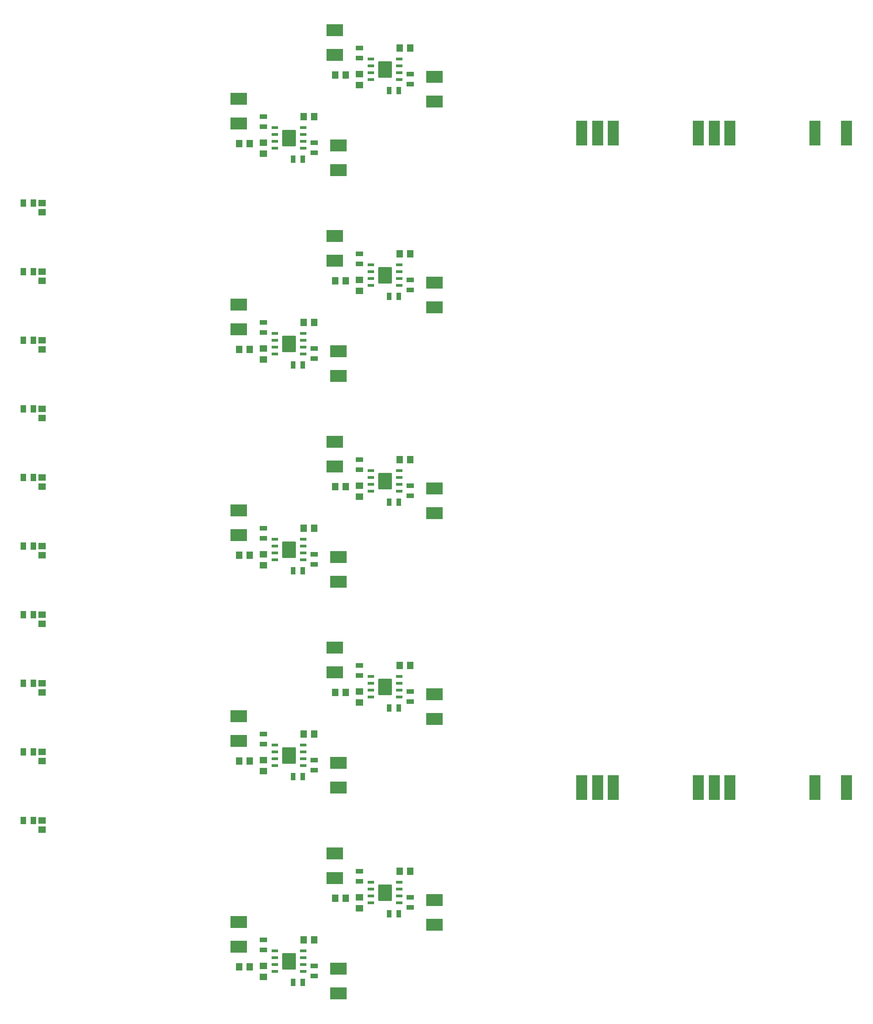
<source format=gbr>
%TF.GenerationSoftware,Altium Limited,Altium Designer,25.0.2 (28)*%
G04 Layer_Color=128*
%FSLAX45Y45*%
%MOMM*%
%TF.SameCoordinates,97F7605E-EDA1-4B57-83DE-D803DCB7673D*%
%TF.FilePolarity,Positive*%
%TF.FileFunction,Paste,Bot*%
%TF.Part,Single*%
G01*
G75*
%TA.AperFunction,SMDPad,CuDef*%
%ADD10R,1.45000X1.20000*%
%ADD11R,1.20000X1.45000*%
%ADD12R,0.95000X1.40000*%
%ADD13R,2.03200X4.57200*%
G04:AMPARAMS|DCode=15|XSize=0.55mm|YSize=1.25mm|CornerRadius=0.0495mm|HoleSize=0mm|Usage=FLASHONLY|Rotation=90.000|XOffset=0mm|YOffset=0mm|HoleType=Round|Shape=RoundedRectangle|*
%AMROUNDEDRECTD15*
21,1,0.55000,1.15100,0,0,90.0*
21,1,0.45100,1.25000,0,0,90.0*
1,1,0.09900,0.57550,0.22550*
1,1,0.09900,0.57550,-0.22550*
1,1,0.09900,-0.57550,-0.22550*
1,1,0.09900,-0.57550,0.22550*
%
%ADD15ROUNDEDRECTD15*%
%ADD16R,3.04800X2.28600*%
%ADD17R,1.40000X0.95000*%
%ADD18R,1.45000X1.30000*%
%ADD19R,1.00000X1.35000*%
%TA.AperFunction,OtherPad,Pad U19-9 (119.38mm,72.39mm)*%
G04:AMPARAMS|DCode=81|XSize=2.49mm|YSize=3mm|CornerRadius=0.0498mm|HoleSize=0mm|Usage=FLASHONLY|Rotation=0.000|XOffset=0mm|YOffset=0mm|HoleType=Round|Shape=RoundedRectangle|*
%AMROUNDEDRECTD81*
21,1,2.49000,2.90040,0,0,0.0*
21,1,2.39040,3.00000,0,0,0.0*
1,1,0.09960,1.19520,-1.45020*
1,1,0.09960,-1.19520,-1.45020*
1,1,0.09960,-1.19520,1.45020*
1,1,0.09960,1.19520,1.45020*
%
%ADD81ROUNDEDRECTD81*%
%TA.AperFunction,OtherPad,Pad U17-9 (119.38mm,110.49mm)*%
G04:AMPARAMS|DCode=82|XSize=2.49mm|YSize=3mm|CornerRadius=0.0498mm|HoleSize=0mm|Usage=FLASHONLY|Rotation=0.000|XOffset=0mm|YOffset=0mm|HoleType=Round|Shape=RoundedRectangle|*
%AMROUNDEDRECTD82*
21,1,2.49000,2.90040,0,0,0.0*
21,1,2.39040,3.00000,0,0,0.0*
1,1,0.09960,1.19520,-1.45020*
1,1,0.09960,-1.19520,-1.45020*
1,1,0.09960,-1.19520,1.45020*
1,1,0.09960,1.19520,1.45020*
%
%ADD82ROUNDEDRECTD82*%
%TA.AperFunction,OtherPad,Pad U11-9 (119.38mm,224.79mm)*%
G04:AMPARAMS|DCode=83|XSize=2.49mm|YSize=3mm|CornerRadius=0.0498mm|HoleSize=0mm|Usage=FLASHONLY|Rotation=0.000|XOffset=0mm|YOffset=0mm|HoleType=Round|Shape=RoundedRectangle|*
%AMROUNDEDRECTD83*
21,1,2.49000,2.90040,0,0,0.0*
21,1,2.39040,3.00000,0,0,0.0*
1,1,0.09960,1.19520,-1.45020*
1,1,0.09960,-1.19520,-1.45020*
1,1,0.09960,-1.19520,1.45020*
1,1,0.09960,1.19520,1.45020*
%
%ADD83ROUNDEDRECTD83*%
%TA.AperFunction,OtherPad,Pad U13-9 (119.38mm,186.69mm)*%
G04:AMPARAMS|DCode=84|XSize=2.49mm|YSize=3mm|CornerRadius=0.0498mm|HoleSize=0mm|Usage=FLASHONLY|Rotation=0.000|XOffset=0mm|YOffset=0mm|HoleType=Round|Shape=RoundedRectangle|*
%AMROUNDEDRECTD84*
21,1,2.49000,2.90040,0,0,0.0*
21,1,2.39040,3.00000,0,0,0.0*
1,1,0.09960,1.19520,-1.45020*
1,1,0.09960,-1.19520,-1.45020*
1,1,0.09960,-1.19520,1.45020*
1,1,0.09960,1.19520,1.45020*
%
%ADD84ROUNDEDRECTD84*%
%TA.AperFunction,OtherPad,Pad U15-9 (119.38mm,148.59mm)*%
G04:AMPARAMS|DCode=85|XSize=2.49mm|YSize=3mm|CornerRadius=0.0498mm|HoleSize=0mm|Usage=FLASHONLY|Rotation=0.000|XOffset=0mm|YOffset=0mm|HoleType=Round|Shape=RoundedRectangle|*
%AMROUNDEDRECTD85*
21,1,2.49000,2.90040,0,0,0.0*
21,1,2.39040,3.00000,0,0,0.0*
1,1,0.09960,1.19520,-1.45020*
1,1,0.09960,-1.19520,-1.45020*
1,1,0.09960,-1.19520,1.45020*
1,1,0.09960,1.19520,1.45020*
%
%ADD85ROUNDEDRECTD85*%
%TA.AperFunction,OtherPad,Pad U20-9 (101.6mm,59.69mm)*%
G04:AMPARAMS|DCode=86|XSize=2.49mm|YSize=3mm|CornerRadius=0.0498mm|HoleSize=0mm|Usage=FLASHONLY|Rotation=0.000|XOffset=0mm|YOffset=0mm|HoleType=Round|Shape=RoundedRectangle|*
%AMROUNDEDRECTD86*
21,1,2.49000,2.90040,0,0,0.0*
21,1,2.39040,3.00000,0,0,0.0*
1,1,0.09960,1.19520,-1.45020*
1,1,0.09960,-1.19520,-1.45020*
1,1,0.09960,-1.19520,1.45020*
1,1,0.09960,1.19520,1.45020*
%
%ADD86ROUNDEDRECTD86*%
%TA.AperFunction,OtherPad,Pad U18-9 (101.6mm,97.79mm)*%
G04:AMPARAMS|DCode=87|XSize=2.49mm|YSize=3mm|CornerRadius=0.0498mm|HoleSize=0mm|Usage=FLASHONLY|Rotation=0.000|XOffset=0mm|YOffset=0mm|HoleType=Round|Shape=RoundedRectangle|*
%AMROUNDEDRECTD87*
21,1,2.49000,2.90040,0,0,0.0*
21,1,2.39040,3.00000,0,0,0.0*
1,1,0.09960,1.19520,-1.45020*
1,1,0.09960,-1.19520,-1.45020*
1,1,0.09960,-1.19520,1.45020*
1,1,0.09960,1.19520,1.45020*
%
%ADD87ROUNDEDRECTD87*%
%TA.AperFunction,OtherPad,Pad U12-9 (101.6mm,212.09mm)*%
G04:AMPARAMS|DCode=88|XSize=2.49mm|YSize=3mm|CornerRadius=0.0498mm|HoleSize=0mm|Usage=FLASHONLY|Rotation=0.000|XOffset=0mm|YOffset=0mm|HoleType=Round|Shape=RoundedRectangle|*
%AMROUNDEDRECTD88*
21,1,2.49000,2.90040,0,0,0.0*
21,1,2.39040,3.00000,0,0,0.0*
1,1,0.09960,1.19520,-1.45020*
1,1,0.09960,-1.19520,-1.45020*
1,1,0.09960,-1.19520,1.45020*
1,1,0.09960,1.19520,1.45020*
%
%ADD88ROUNDEDRECTD88*%
%TA.AperFunction,OtherPad,Pad U14-9 (101.6mm,173.99mm)*%
G04:AMPARAMS|DCode=89|XSize=2.49mm|YSize=3mm|CornerRadius=0.0498mm|HoleSize=0mm|Usage=FLASHONLY|Rotation=0.000|XOffset=0mm|YOffset=0mm|HoleType=Round|Shape=RoundedRectangle|*
%AMROUNDEDRECTD89*
21,1,2.49000,2.90040,0,0,0.0*
21,1,2.39040,3.00000,0,0,0.0*
1,1,0.09960,1.19520,-1.45020*
1,1,0.09960,-1.19520,-1.45020*
1,1,0.09960,-1.19520,1.45020*
1,1,0.09960,1.19520,1.45020*
%
%ADD89ROUNDEDRECTD89*%
%TA.AperFunction,OtherPad,Pad U16-9 (101.6mm,135.89mm)*%
G04:AMPARAMS|DCode=90|XSize=2.49mm|YSize=3mm|CornerRadius=0.0498mm|HoleSize=0mm|Usage=FLASHONLY|Rotation=0.000|XOffset=0mm|YOffset=0mm|HoleType=Round|Shape=RoundedRectangle|*
%AMROUNDEDRECTD90*
21,1,2.49000,2.90040,0,0,0.0*
21,1,2.39040,3.00000,0,0,0.0*
1,1,0.09960,1.19520,-1.45020*
1,1,0.09960,-1.19520,-1.45020*
1,1,0.09960,-1.19520,1.45020*
1,1,0.09960,1.19520,1.45020*
%
%ADD90ROUNDEDRECTD90*%
D10*
X11468100Y7148500D02*
D03*
Y6948500D02*
D03*
Y10958500D02*
D03*
Y10758500D02*
D03*
Y22388499D02*
D03*
Y22188499D02*
D03*
Y18578500D02*
D03*
Y18378500D02*
D03*
Y14768500D02*
D03*
Y14568500D02*
D03*
X9690100Y5878500D02*
D03*
Y5678500D02*
D03*
Y9688500D02*
D03*
Y9488500D02*
D03*
Y21118500D02*
D03*
Y20918500D02*
D03*
Y17308501D02*
D03*
Y17108501D02*
D03*
Y13498500D02*
D03*
Y13298500D02*
D03*
D11*
X12206300Y7632700D02*
D03*
X12406300D02*
D03*
X12206300Y11442700D02*
D03*
X12406300D02*
D03*
X12206300Y22872701D02*
D03*
X12406300D02*
D03*
X12206300Y19062700D02*
D03*
X12406300D02*
D03*
X12206300Y15252699D02*
D03*
X12406300D02*
D03*
X11012500Y7137400D02*
D03*
X11212500D02*
D03*
X11012500Y10947400D02*
D03*
X11212500D02*
D03*
X11012500Y22377400D02*
D03*
X11212500D02*
D03*
X11012500Y18567400D02*
D03*
X11212500D02*
D03*
X11012500Y14757401D02*
D03*
X11212500D02*
D03*
X10428300Y13982700D02*
D03*
X10628300D02*
D03*
X9234500Y21107401D02*
D03*
X9434500D02*
D03*
X9234500Y17297400D02*
D03*
X9434500D02*
D03*
X9234500Y5867400D02*
D03*
X9434500D02*
D03*
X9234500Y9677400D02*
D03*
X9434500D02*
D03*
X10428300Y6362700D02*
D03*
X10628300D02*
D03*
X10428300Y10172700D02*
D03*
X10628300D02*
D03*
X10428300Y21602699D02*
D03*
X10628300D02*
D03*
X10428300Y17792700D02*
D03*
X10628300D02*
D03*
X9234500Y13487399D02*
D03*
X9434500D02*
D03*
D12*
X12010600Y6845300D02*
D03*
X12195600D02*
D03*
X12010600Y10655300D02*
D03*
X12195600D02*
D03*
X12010600Y22085300D02*
D03*
X12195600D02*
D03*
X12010600Y18275301D02*
D03*
X12195600D02*
D03*
X12010600Y14465300D02*
D03*
X12195600D02*
D03*
X10232600Y5575300D02*
D03*
X10417600D02*
D03*
X10232600Y9385300D02*
D03*
X10417600D02*
D03*
X10232600Y20815300D02*
D03*
X10417600D02*
D03*
X10232600Y17005299D02*
D03*
X10417600D02*
D03*
X10232600Y13195300D02*
D03*
X10417600D02*
D03*
D13*
X16167101Y9182100D02*
D03*
X15582899D02*
D03*
X15875000D02*
D03*
X18326100D02*
D03*
X17741901D02*
D03*
X18034000D02*
D03*
X20485100D02*
D03*
X19900900D02*
D03*
X20485100Y21297900D02*
D03*
X19900900D02*
D03*
X18326100D02*
D03*
X17741901D02*
D03*
X18034000D02*
D03*
X15875000D02*
D03*
X15582899D02*
D03*
X16167101D02*
D03*
D15*
X11675500Y7048500D02*
D03*
Y7175500D02*
D03*
Y7302500D02*
D03*
Y7429500D02*
D03*
X12200500Y7048500D02*
D03*
Y7175500D02*
D03*
Y7302500D02*
D03*
Y7429500D02*
D03*
X11675500Y10858500D02*
D03*
Y10985500D02*
D03*
Y11112500D02*
D03*
Y11239500D02*
D03*
X12200500Y10858500D02*
D03*
Y10985500D02*
D03*
Y11112500D02*
D03*
Y11239500D02*
D03*
X11675500Y22288499D02*
D03*
Y22415500D02*
D03*
Y22542500D02*
D03*
Y22669501D02*
D03*
X12200500Y22288499D02*
D03*
Y22415500D02*
D03*
Y22542500D02*
D03*
Y22669501D02*
D03*
X11675500Y18478500D02*
D03*
Y18605499D02*
D03*
Y18732500D02*
D03*
Y18859500D02*
D03*
X12200500Y18478500D02*
D03*
Y18605499D02*
D03*
Y18732500D02*
D03*
Y18859500D02*
D03*
X11675500Y14668500D02*
D03*
Y14795500D02*
D03*
Y14922501D02*
D03*
Y15049500D02*
D03*
X12200500Y14668500D02*
D03*
Y14795500D02*
D03*
Y14922501D02*
D03*
Y15049500D02*
D03*
X9897500Y5778500D02*
D03*
Y5905500D02*
D03*
Y6032500D02*
D03*
Y6159500D02*
D03*
X10422500Y5778500D02*
D03*
Y5905500D02*
D03*
Y6032500D02*
D03*
Y6159500D02*
D03*
X9897500Y9588500D02*
D03*
Y9715500D02*
D03*
Y9842500D02*
D03*
Y9969500D02*
D03*
X10422500Y9588500D02*
D03*
Y9715500D02*
D03*
Y9842500D02*
D03*
Y9969500D02*
D03*
X9897500Y21018500D02*
D03*
Y21145500D02*
D03*
Y21272501D02*
D03*
Y21399500D02*
D03*
X10422500Y21018500D02*
D03*
Y21145500D02*
D03*
Y21272501D02*
D03*
Y21399500D02*
D03*
X9897500Y17208501D02*
D03*
Y17335500D02*
D03*
Y17462500D02*
D03*
Y17589500D02*
D03*
X10422500Y17208501D02*
D03*
Y17335500D02*
D03*
Y17462500D02*
D03*
Y17589500D02*
D03*
X9897500Y13398500D02*
D03*
Y13525500D02*
D03*
Y13652499D02*
D03*
Y13779500D02*
D03*
X10422500Y13398500D02*
D03*
Y13525500D02*
D03*
Y13652499D02*
D03*
Y13779500D02*
D03*
D16*
X11010900Y15582899D02*
D03*
Y15125700D02*
D03*
X12852400Y6642100D02*
D03*
Y7099300D02*
D03*
Y10452100D02*
D03*
Y10909300D02*
D03*
Y21882100D02*
D03*
Y22339301D02*
D03*
Y18072099D02*
D03*
Y18529300D02*
D03*
Y14262100D02*
D03*
Y14719299D02*
D03*
X11074400Y5372100D02*
D03*
Y5829300D02*
D03*
Y9182100D02*
D03*
Y9639300D02*
D03*
Y20612100D02*
D03*
Y21069299D02*
D03*
Y16802100D02*
D03*
Y17259300D02*
D03*
X9232900Y6692900D02*
D03*
Y6235700D02*
D03*
Y10502900D02*
D03*
Y10045700D02*
D03*
Y21932899D02*
D03*
Y21475700D02*
D03*
Y18122900D02*
D03*
Y17665700D02*
D03*
X11074400Y12992101D02*
D03*
Y13449300D02*
D03*
X9232900Y14312900D02*
D03*
Y13855701D02*
D03*
X11010900Y19392900D02*
D03*
Y18935699D02*
D03*
Y11772900D02*
D03*
Y11315700D02*
D03*
Y23202901D02*
D03*
Y22745700D02*
D03*
Y7962900D02*
D03*
Y7505700D02*
D03*
D17*
X11468100Y7451300D02*
D03*
Y7636300D02*
D03*
Y11261300D02*
D03*
Y11446300D02*
D03*
Y22691299D02*
D03*
Y22876300D02*
D03*
Y18881300D02*
D03*
Y19066299D02*
D03*
Y15071300D02*
D03*
Y15256300D02*
D03*
X12407900Y7153700D02*
D03*
Y6968700D02*
D03*
Y10963700D02*
D03*
Y10778700D02*
D03*
Y22393700D02*
D03*
Y22208701D02*
D03*
Y18583701D02*
D03*
Y18398700D02*
D03*
Y14773700D02*
D03*
Y14588699D02*
D03*
X10629900Y21123700D02*
D03*
Y20938699D02*
D03*
Y5883700D02*
D03*
Y5698700D02*
D03*
Y9693700D02*
D03*
Y9508700D02*
D03*
Y17313699D02*
D03*
Y17128700D02*
D03*
X9690100Y6181300D02*
D03*
Y6366300D02*
D03*
Y9991300D02*
D03*
Y10176300D02*
D03*
Y21421300D02*
D03*
Y21606300D02*
D03*
Y17611301D02*
D03*
Y17796300D02*
D03*
X10629900Y13503700D02*
D03*
Y13318700D02*
D03*
X9690100Y13801300D02*
D03*
Y13986301D02*
D03*
D18*
X5588000Y8407501D02*
D03*
Y8572501D02*
D03*
Y9677501D02*
D03*
Y9842501D02*
D03*
Y10947501D02*
D03*
Y11112501D02*
D03*
Y12217501D02*
D03*
Y12382501D02*
D03*
Y13487502D02*
D03*
Y13652501D02*
D03*
Y14757501D02*
D03*
Y14922501D02*
D03*
Y16027501D02*
D03*
Y16192500D02*
D03*
Y17297501D02*
D03*
Y17462502D02*
D03*
Y18567500D02*
D03*
Y18732501D02*
D03*
Y19837502D02*
D03*
Y20002501D02*
D03*
D19*
X5424000Y8572500D02*
D03*
X5244000D02*
D03*
X5424000Y12382500D02*
D03*
X5244000D02*
D03*
X5424000Y14922501D02*
D03*
X5244000D02*
D03*
X5424000Y11112500D02*
D03*
X5244000D02*
D03*
X5424000Y9842500D02*
D03*
X5244000D02*
D03*
X5424000Y16192500D02*
D03*
X5244000D02*
D03*
X5424000Y13652499D02*
D03*
X5244000D02*
D03*
X5424000Y17462500D02*
D03*
X5244000D02*
D03*
X5424000Y20002499D02*
D03*
X5244000D02*
D03*
X5424000Y18732500D02*
D03*
X5244000D02*
D03*
D81*
X11938000Y7239000D02*
D03*
D82*
Y11049000D02*
D03*
D83*
Y22478999D02*
D03*
D84*
Y18669000D02*
D03*
D85*
Y14859000D02*
D03*
D86*
X10160000Y5969000D02*
D03*
D87*
Y9779000D02*
D03*
D88*
Y21209000D02*
D03*
D89*
Y17399001D02*
D03*
D90*
Y13589000D02*
D03*
%TF.MD5,a9b5015d83c6f30cec46758a24aa7063*%
M02*

</source>
